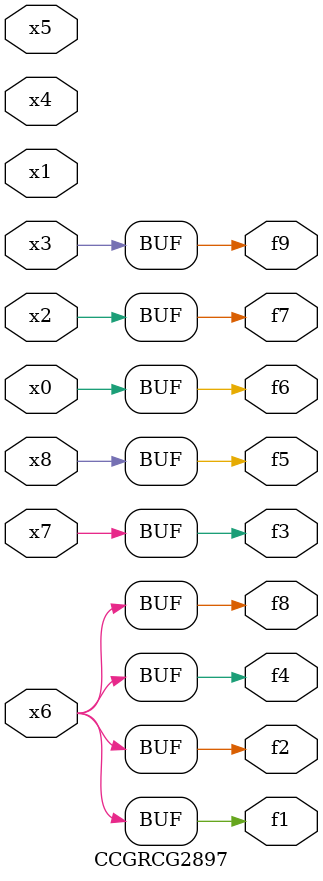
<source format=v>
module CCGRCG2897(
	input x0, x1, x2, x3, x4, x5, x6, x7, x8,
	output f1, f2, f3, f4, f5, f6, f7, f8, f9
);
	assign f1 = x6;
	assign f2 = x6;
	assign f3 = x7;
	assign f4 = x6;
	assign f5 = x8;
	assign f6 = x0;
	assign f7 = x2;
	assign f8 = x6;
	assign f9 = x3;
endmodule

</source>
